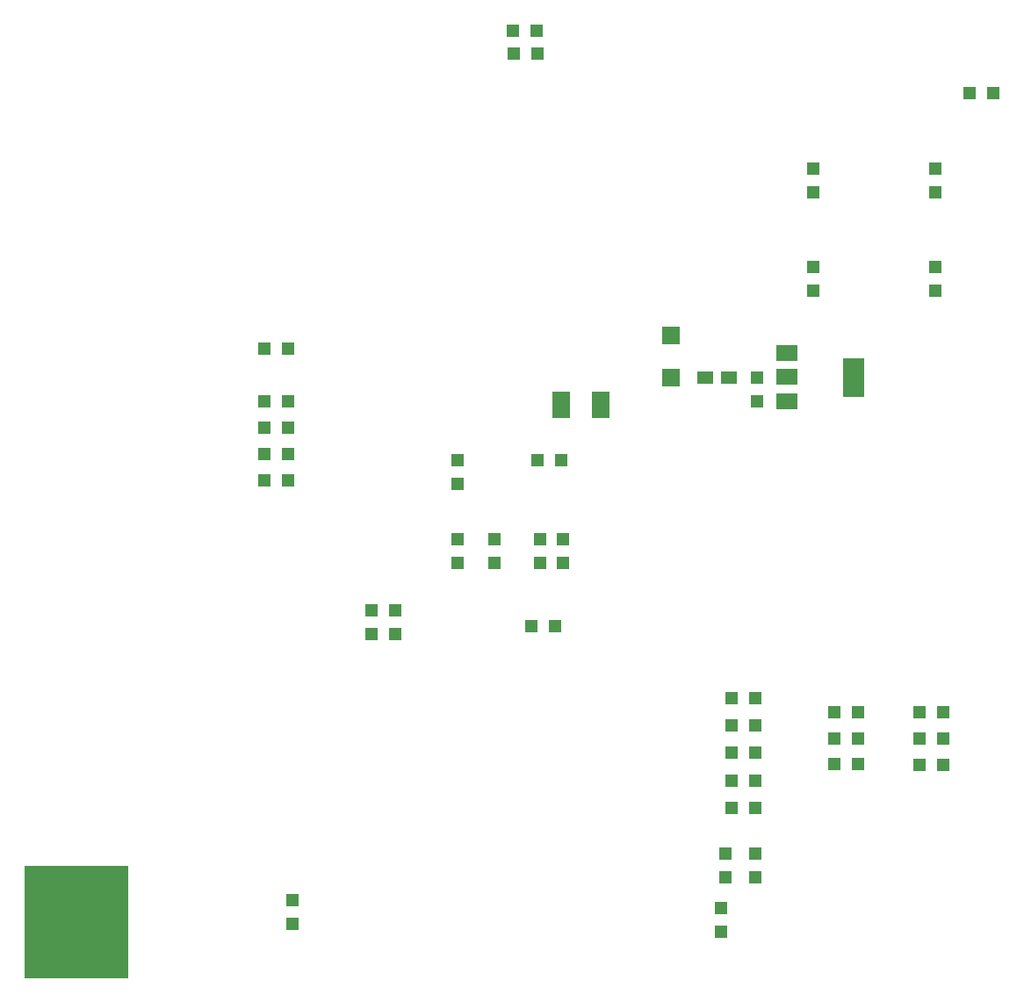
<source format=gbp>
G04*
G04 #@! TF.GenerationSoftware,Altium Limited,Altium Designer,19.0.4 (130)*
G04*
G04 Layer_Color=128*
%FSLAX25Y25*%
%MOIN*%
G70*
G01*
G75*
%ADD22R,0.06000X0.05000*%
%ADD23R,0.05000X0.05000*%
%ADD24R,0.05000X0.05000*%
%ADD37R,0.39370X0.42520*%
%ADD38R,0.07900X0.05900*%
%ADD39R,0.07900X0.15000*%
%ADD97R,0.07087X0.06693*%
%ADD98R,0.07000X0.10000*%
D22*
X280100Y247700D02*
D03*
X271100D02*
D03*
D23*
X361400Y100800D02*
D03*
X352399Y100801D02*
D03*
X361400Y110700D02*
D03*
X352399Y110701D02*
D03*
X361400Y120600D02*
D03*
X352399Y120601D02*
D03*
X320100Y100900D02*
D03*
X329101Y100899D02*
D03*
X320100Y110800D02*
D03*
X329101Y110799D02*
D03*
X320100Y120700D02*
D03*
X329101Y120699D02*
D03*
X281100Y125994D02*
D03*
X290101Y125994D02*
D03*
X281100Y115596D02*
D03*
X290101Y115596D02*
D03*
X281100Y105199D02*
D03*
X290101Y105198D02*
D03*
X280999Y84501D02*
D03*
X290000Y84500D02*
D03*
X281100Y94801D02*
D03*
X290101Y94800D02*
D03*
X103700Y208600D02*
D03*
X112701Y208599D02*
D03*
X103700Y218700D02*
D03*
X112701Y218699D02*
D03*
X103700Y228600D02*
D03*
X112701Y228599D02*
D03*
Y238599D02*
D03*
X103700Y238600D02*
D03*
Y258600D02*
D03*
X112701Y258599D02*
D03*
X144600Y159400D02*
D03*
X153601Y159399D02*
D03*
Y150199D02*
D03*
X144600Y150200D02*
D03*
X207400Y370600D02*
D03*
X198399Y370601D02*
D03*
X207300Y379400D02*
D03*
X198299Y379401D02*
D03*
X380600Y355800D02*
D03*
X371599Y355801D02*
D03*
X214000Y153500D02*
D03*
X204999Y153501D02*
D03*
X207599Y216501D02*
D03*
X216600Y216500D02*
D03*
D24*
X290100Y57900D02*
D03*
X290101Y66901D02*
D03*
X278900D02*
D03*
X278899Y57900D02*
D03*
X277200Y37300D02*
D03*
X277201Y46301D02*
D03*
X114499Y40399D02*
D03*
X114500Y49400D02*
D03*
X177299Y207299D02*
D03*
X177300Y216300D02*
D03*
X177301Y186401D02*
D03*
X177300Y177400D02*
D03*
X191001Y186401D02*
D03*
X191000Y177400D02*
D03*
X217301Y186401D02*
D03*
X217300Y177400D02*
D03*
X208601Y186401D02*
D03*
X208600Y177400D02*
D03*
X290900Y247700D02*
D03*
X290899Y238699D02*
D03*
X358501Y289601D02*
D03*
X358500Y280600D02*
D03*
X312001Y326901D02*
D03*
X312000Y317900D02*
D03*
X358601Y326901D02*
D03*
X358600Y317900D02*
D03*
X312101Y289701D02*
D03*
X312100Y280700D02*
D03*
D37*
X32436Y41000D02*
D03*
D38*
X302200Y247900D02*
D03*
Y238845D02*
D03*
Y256955D02*
D03*
D39*
X327554Y247833D02*
D03*
D97*
X258300Y263600D02*
D03*
Y247800D02*
D03*
D98*
X231400Y237300D02*
D03*
X216400Y237300D02*
D03*
M02*

</source>
